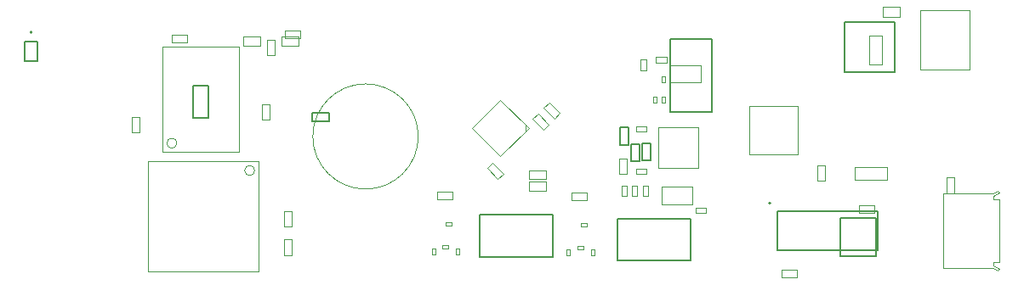
<source format=gbr>
%TF.GenerationSoftware,Altium Limited,Altium Designer,22.2.1 (43)*%
G04 Layer_Color=16711935*
%FSLAX26Y26*%
%MOIN*%
%TF.SameCoordinates,49CA406D-FE3E-4379-A0B2-47437619DC98*%
%TF.FilePolarity,Positive*%
%TF.FileFunction,Other,Mechanical_13*%
%TF.Part,Single*%
G01*
G75*
%TA.AperFunction,NonConductor*%
%ADD128C,0.005000*%
%ADD129C,0.007874*%
%ADD130C,0.003937*%
%ADD137C,0.004000*%
D128*
X1275000Y638476D02*
X1275000Y671730D01*
X1275000Y638476D02*
X1342723Y638475D01*
Y671730D01*
X1275000Y671730D02*
X1342723Y671730D01*
X3491850Y133229D02*
X3491850Y286772D01*
X3098149Y133228D02*
X3491850Y133229D01*
X3098149Y133228D02*
X3098150Y286772D01*
X3491850Y286772D01*
X2482919Y547516D02*
X2516173Y547517D01*
X2482918Y615240D02*
X2482919Y547516D01*
X2482918Y615240D02*
X2516173Y615240D01*
X2516173Y547517D01*
X2525018Y549763D02*
X2558273Y549764D01*
X2558273Y482041D01*
X2525018Y482040D02*
X2558273Y482041D01*
X2525018Y549763D02*
X2525018Y482040D01*
X2569287Y485236D02*
X2602541Y485237D01*
X2569286Y552959D02*
X2569287Y485236D01*
X2569286Y552959D02*
X2602541Y552960D01*
Y485237D02*
Y552960D01*
X150394Y954370D02*
X199606D01*
X150394Y875630D02*
X150394Y954370D01*
X150394Y875630D02*
X199606Y875630D01*
X199606Y954370D01*
D129*
X3072362Y318267D02*
G03*
X3072362Y318267I-3937J0D01*
G01*
X178544Y989803D02*
G03*
X178544Y989803I-3937J0D01*
G01*
X2472283Y91693D02*
X2757716Y91693D01*
X2757717Y257048D01*
X2472283Y257048D02*
X2757717Y257048D01*
X2472283Y257048D02*
X2472283Y91693D01*
X1932283Y106693D02*
X2217716Y106694D01*
X2217716Y272048D02*
X2217716Y106694D01*
X1932284Y272047D02*
X2217716Y272048D01*
X1932283Y106693D02*
X1932284Y272047D01*
X810472Y652008D02*
X869528Y652008D01*
X810472Y652008D02*
X810472Y777992D01*
X869528Y777992D01*
X869528Y652008D02*
X869528Y777992D01*
X2677952Y677283D02*
X2843307Y677283D01*
X2677952Y677283D02*
X2677953Y962716D01*
X2843307Y962717D01*
Y677283D02*
Y962717D01*
X3361575Y1028425D02*
X3558425D01*
Y831575D02*
Y1028425D01*
X3361575Y831575D02*
X3558425D01*
X3361575D02*
Y1028425D01*
X3344134Y110197D02*
X3485866D01*
X3344134D02*
Y259804D01*
X3485866D01*
Y110197D02*
Y259804D01*
D130*
X745511Y553741D02*
G03*
X745511Y553741I-19685J0D01*
G01*
X1691692Y579999D02*
G03*
X1691692Y579999I-206693J0D01*
G01*
X1050787Y446102D02*
G03*
X1050787Y446102I-19685J0D01*
G01*
X2225607Y650251D02*
X2246820Y671466D01*
X2204394Y713891D02*
X2246820Y671466D01*
X2183180Y692678D02*
X2204394Y713891D01*
X2183180Y692678D02*
X2225607Y650251D01*
X1230000Y965000D02*
Y995000D01*
X1170000D02*
X1230000D01*
X1170000Y965000D02*
Y995000D01*
Y965000D02*
X1230000D01*
X1073465Y936299D02*
Y973701D01*
X1006535Y936299D02*
Y973701D01*
Y936299D02*
X1073465D01*
X1006535Y973701D02*
X1073465D01*
X1223465Y936299D02*
Y973701D01*
X1156535Y936299D02*
Y973701D01*
Y936299D02*
X1223465D01*
X1156535Y973701D02*
X1223465D01*
X1100000Y900000D02*
X1130000Y900000D01*
X1100000Y960000D02*
X1100000Y900000D01*
X1100000Y960000D02*
X1130000Y960000D01*
X1130000Y900000D02*
X1130000Y960000D01*
X725000Y950000D02*
X785000D01*
X725000D02*
Y980000D01*
X785000D01*
Y950000D02*
Y980000D01*
X2623346Y868189D02*
Y891811D01*
X2666653Y868189D02*
Y891811D01*
X2623346D02*
X2666653D01*
X2623346Y868189D02*
X2666653D01*
X2563189Y838346D02*
X2586811Y838346D01*
X2563189Y881654D02*
X2586811Y881653D01*
X2563189Y838346D02*
X2563189Y881654D01*
X2586811Y881653D02*
X2586811Y838346D01*
X1757362Y117385D02*
X1757362Y141006D01*
X1745551Y117384D02*
X1745551Y141007D01*
X1745551Y117384D02*
X1757362Y117385D01*
X1745551Y141007D02*
X1757362Y141006D01*
X1851419Y141253D02*
X1851420Y117631D01*
X1839608Y141252D02*
X1839608Y117630D01*
X1851420Y117631D01*
X1839608Y141252D02*
X1851419Y141253D01*
X1786902Y141040D02*
X1810524Y141039D01*
X1786903Y152851D02*
X1810525D01*
X1786902Y141040D02*
X1786903Y152851D01*
X1810524Y141039D02*
X1810525Y152851D01*
X1766939Y333681D02*
X1766939Y363680D01*
X1766939Y333681D02*
X1826939Y333680D01*
X1826938Y363680D02*
X1826939Y333680D01*
X1766939Y363680D02*
X1826938Y363680D01*
X1800242Y231040D02*
X1823863Y231040D01*
X1800243Y242851D02*
X1823864Y242851D01*
X1800242Y231040D02*
X1800243Y242851D01*
X1823863Y231040D02*
X1823864Y242851D01*
X2328802Y227433D02*
X2352423Y227433D01*
X2328802Y239244D02*
X2352423Y239244D01*
X2328802Y227433D02*
Y239244D01*
X2352423Y239244D02*
X2352423Y227433D01*
X2381462Y137645D02*
X2381462Y114023D01*
X2369651Y114023D02*
X2369651Y137645D01*
X2369651Y114023D02*
X2381462Y114023D01*
X2369651Y137645D02*
X2381462Y137645D01*
X2315221Y137854D02*
X2338843Y137855D01*
X2315220Y149665D02*
X2338843D01*
X2315220D02*
X2315221Y137854D01*
X2338843Y149665D02*
X2338843Y137855D01*
X2293790Y330074D02*
X2293790Y360074D01*
X2293790Y330074D02*
X2353789Y330074D01*
X2353790Y360074D01*
X2293790Y360074D02*
X2353790Y360074D01*
X2285336Y114022D02*
X2285337Y137644D01*
X2273524Y114023D02*
X2273525Y137645D01*
X2273524Y114023D02*
X2285336Y114022D01*
X2273525Y137645D02*
X2285337Y137644D01*
X2003536Y412322D02*
X2024748Y433536D01*
X1982322Y475961D02*
X2024748Y433536D01*
X1961109Y454748D02*
X1982322Y475961D01*
X1961109Y454748D02*
X2003536Y412322D01*
X2182071Y606716D02*
X2203284Y627929D01*
X2160858Y670356D02*
X2203284Y627929D01*
X2139644Y649143D02*
X2160858Y670356D01*
X2139644Y649143D02*
X2182071Y606716D01*
X2193465Y412284D02*
X2193465Y447717D01*
X2126535Y447716D02*
X2126536Y412284D01*
X2193465Y412284D01*
X2126535Y447716D02*
X2193465Y447717D01*
X690394Y931693D02*
X989606Y931692D01*
X690394Y518307D02*
X989607Y518307D01*
X989606Y931692D02*
X989607Y518307D01*
X690394Y518307D02*
Y931693D01*
X570000Y655000D02*
X600000Y655000D01*
X570000Y595000D02*
X570000Y655000D01*
X570000Y595000D02*
X600000Y595000D01*
X600000Y655000D02*
X600000Y595000D01*
X1080000Y705000D02*
X1110000Y705000D01*
X1080000Y645000D02*
X1080000Y705000D01*
X1080000Y645000D02*
X1110000Y645000D01*
X1110000Y705000D01*
X2111222Y599010D02*
X2111222Y626849D01*
X2013786Y501574D02*
X2125142Y612929D01*
X1902431Y612929D02*
X2013786Y501574D01*
X1902431Y612929D02*
X2013786Y724285D01*
X2125142Y612929D01*
X1164252Y113504D02*
X1164253Y176496D01*
X1164252Y113504D02*
X1195748Y113504D01*
Y176496D01*
X1164253D02*
X1195748D01*
X1165000Y285000D02*
X1195000Y285000D01*
X1165000Y225000D02*
X1165000Y285000D01*
X1165000Y225000D02*
X1195000Y225000D01*
X1195000Y285000D02*
X1195000Y225000D01*
X3480000Y280000D02*
X3480000Y310000D01*
X3420001Y280000D02*
X3480000Y280000D01*
X3420000Y310000D02*
X3420001Y280000D01*
X3420000Y310000D02*
X3480000Y310000D01*
X1066535Y481536D02*
X1066536Y48465D01*
X633465Y48465D02*
X633465Y481535D01*
X1066535Y481536D01*
X633465Y48465D02*
X1066536Y48465D01*
X2988512Y698708D02*
X3177488Y698709D01*
X2988512Y509732D02*
X3177488Y509733D01*
X3177488Y698709D01*
X2988512Y698708D02*
X2988512Y509732D01*
X3115000Y25000D02*
X3175000Y25000D01*
X3114999Y55000D02*
X3115000Y25000D01*
X3114999Y55000D02*
X3175000D01*
X3175000Y25000D02*
X3175000Y55000D01*
X3285000Y405000D02*
Y465001D01*
X3255001Y405000D02*
X3285000Y405000D01*
X3255000Y465000D02*
X3255001Y405000D01*
X3255000Y465000D02*
X3285000Y465001D01*
X3527991Y409410D02*
X3527992Y460591D01*
X3402008Y460590D02*
X3527992Y460591D01*
X3402007Y409410D02*
X3527991Y409410D01*
X3402007Y409410D02*
X3402008Y460590D01*
X3963346Y52519D02*
X3968268Y59409D01*
X3944646Y74174D02*
X3968268Y59409D01*
X3944645Y64331D02*
X3963346Y52519D01*
X3747796Y64331D02*
X3944645Y64331D01*
X3747795Y355669D02*
X3747796Y64331D01*
X3747795Y355669D02*
X3944646Y355668D01*
X3963347Y367479D01*
X3944646Y345826D02*
X3968268Y360590D01*
X3963347Y367479D02*
X3968268Y360590D01*
X3968267Y332048D02*
X3968269Y87954D01*
X3944646Y87953D02*
X3968269Y87954D01*
X3944646Y74174D02*
Y87953D01*
X3944647Y332046D02*
X3968267Y332048D01*
X3944646Y345826D02*
X3944647Y332046D01*
X3658543Y843859D02*
X3851457Y843857D01*
X3658542Y1076142D02*
X3658543Y843859D01*
X3658542Y1076142D02*
X3851457Y1076142D01*
X3851457Y843857D01*
X3511536Y1051299D02*
X3578464Y1051300D01*
X3511535Y1088700D02*
X3578463Y1088700D01*
X3578464Y1051300D01*
X3511535Y1088700D02*
X3511536Y1051299D01*
X3459410Y977480D02*
X3510590D01*
X3459409Y862519D02*
X3510590Y862520D01*
Y977480D01*
X3459409Y862519D02*
X3459410Y977480D01*
X3761487Y355669D02*
Y418662D01*
Y355669D02*
X3792983D01*
X3761487Y418662D02*
X3792983D01*
Y355669D02*
Y418662D01*
X2646341Y713716D02*
X2658152Y713717D01*
X2646341Y737338D02*
X2658151Y737339D01*
X2646341Y713716D02*
X2646341Y737338D01*
X2658151Y737339D02*
X2658152Y713717D01*
X2613796Y737375D02*
X2625607Y737375D01*
X2613795Y713754D02*
X2625606Y713753D01*
X2625607Y737375D01*
X2613795Y713754D02*
X2613796Y737375D01*
X2645992Y793717D02*
X2657804Y793716D01*
X2645992Y817339D02*
X2657803Y817338D01*
X2645992Y793717D02*
X2645992Y817339D01*
X2657803Y817338D02*
X2657804Y793716D01*
X2679252Y792370D02*
X2679252Y861268D01*
X2799331Y861268D02*
X2799331Y792370D01*
X2679252Y792370D02*
X2799331Y792370D01*
X2679252Y861268D02*
X2799331Y861268D01*
X2479926Y432063D02*
X2479926Y492063D01*
X2509925Y492063D01*
X2509926Y432062D01*
X2479926Y432063D02*
X2509926Y432062D01*
X2545041Y451490D02*
X2584414Y451491D01*
X2584414Y431805D01*
X2545041Y431804D02*
X2584414Y431805D01*
X2545041Y451490D02*
X2545041Y431804D01*
X2645670Y382630D02*
X2765747Y382630D01*
X2645669Y313733D02*
X2765748Y313732D01*
X2645669Y313733D02*
X2645670Y382630D01*
X2765747Y382630D02*
X2765748Y313732D01*
X2779626Y280990D02*
X2818998Y280991D01*
X2779626Y300676D02*
X2779626Y280990D01*
X2779626Y300676D02*
X2818999Y300676D01*
X2818998Y280991D02*
X2818999Y300676D01*
X2546453Y598510D02*
X2585825Y598510D01*
X2546453Y598510D02*
X2546453Y618195D01*
X2585825Y618196D01*
X2585825Y598510D01*
X2572314Y346843D02*
X2592000Y346843D01*
X2592001Y386216D01*
X2572314Y386216D02*
X2592001Y386216D01*
X2572314Y346843D02*
X2572314Y386216D01*
X2489274Y346892D02*
X2489274Y386264D01*
X2508961Y386264D01*
X2508960Y346891D02*
X2508961Y386264D01*
X2489274Y346892D02*
X2508960Y346891D01*
X2530634Y386229D02*
X2550321Y386229D01*
X2530634Y386229D02*
X2530635Y346856D01*
X2550321Y346856D01*
X2550321Y386229D02*
X2550321Y346856D01*
X2126537Y402715D02*
X2193465Y402717D01*
X2126535Y367284D02*
X2193465Y367284D01*
X2126535Y367284D02*
X2126537Y402715D01*
X2193465Y402717D02*
X2193465Y367284D01*
D137*
X2788740Y457518D02*
X2788740Y614998D01*
X2631260Y614999D02*
X2788740Y614998D01*
X2631260Y457518D02*
Y614999D01*
Y457518D02*
X2788740Y457518D01*
%TF.MD5,583d7ebabcffefe10f81f535e0b3746c*%
M02*

</source>
